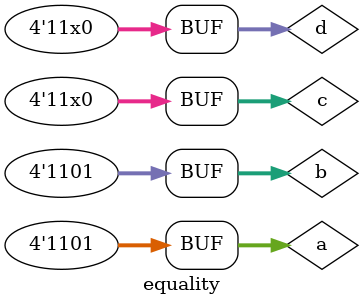
<source format=v>
	
module equality;
		//declaring nets
	reg [3:0] a,b,c,d;
		//using procedural block 'initial' for operations
	initial begin
			//assigning values to variables
		a=4'b1101;
		b=4'b1101;
		c=4'b11x0;
		d=4'b11x0;
			//using logical equality to compare variables
		if (a == b)
			$display("a and b are equal");
		else
			$display("a and b are not equal");
			//using case equality to compare variables
		if (c===d)
			$display("c and d are equal");
		else
			$display("c and d are not equal");
		//end of initial block
	end
	//end of module
endmodule


</source>
